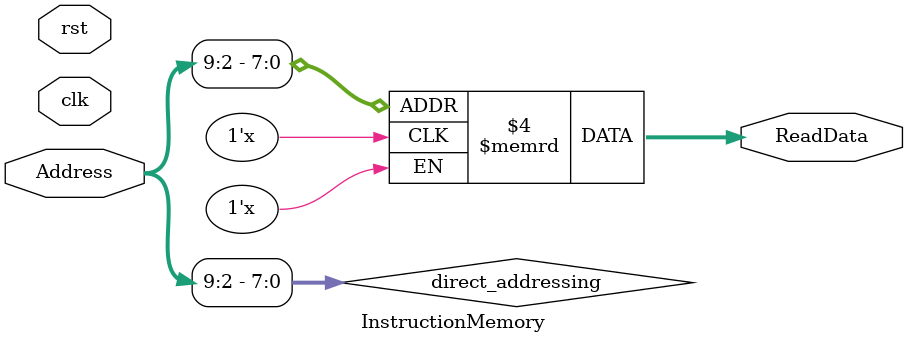
<source format=sv>
module InstructionMemory(
	input logic clk,
	input logic [31:0] Address,
	input logic rst,
	output logic [31:0] ReadData
);

	logic [31:0] regData [511:0];

	logic error_addr;


	// TODO: Bit width of the pc addressing
	logic [7:0] direct_addressing;
	assign direct_addressing = Address >> 2;

	assign error_addr = |(Address % 4);

	assign ReadData = regData[direct_addressing];
	

	// //SW$1,0($2)
	// assign regData[0]=32'b10101100010000010000000000000000;
	// //LW$5,0($4)
	// assign regData[1]=32'b10001100100001010000000000000000;
	// //BEQ$5,$1,1
	// assign regData[2]=32'b00010000101000010000000000000001;
	// //JMP1
	// assign regData[3]=32'b00001000000000000000000000000001;

	// //SW $10,0($3)////
	// assign regData[4]=32'b10101100011010100000000000000000;
	// //SW$20,0($1)
	// assign regData[5]=32'b10101110100000010000000000000000;
	// //LW$5,0($21)
	// assign regData[6]=32'b10001110101001010000000000000000;
	// //SW$20,0($0)	
	// assign regData[7]=32'b10101110100000000000000000000000;	
	// //BEQ$5,$1,1
	// assign regData[8]=32'b00010000101000010000000000000001;
	// //JUMP 5
	// assign regData[9]=32'b00001000000000000000000000000101;

	// //LW$11,0($3)
	// assign regData[10]=32'b10101100011010110000000000000000;
	// //SW$20,0($1)
	// assign regData[11]=32'b10101110100000010000000000000000;
	// //LW$5,0($21)
	// assign regData[12]=32'b10001110101001010000000000000000;
	// //SW$20,0($0)
	// assign regData[13]=32'b10101110100000000000000000000000;
	// //BEQ$5,$1,1
	// assign regData[14]=32'b00010000101000010000000000000001;
	// //JUMP11
	// assign regData[15]=32'b00001000000000000000000000001011;

	// //LW$12,0($3)
	// assign regData[16]=32'b10101100011011000000000000000000;
	// //SW$20,0($1)
	// assign regData[17]=32'b10101110100000010000000000000000;	
	// //LW$5,0($21)
	// assign regData[18]=32'b10001110101001010000000000000000;
	// //SW$20,0($0)
	// assign regData[19]=32'b10101110100000000000000000000000;
	// //BEQ$5,$1,1
	// assign regData[20]=32'b00010000101000010000000000000001;
	// //JUMP18
	// assign regData[21]=32'b00001000000000000000000000010001;

	// //LW$13,0($3)   
	// assign regData[22]=32'b10101100011011010000000000000000;
	// //SW$20,0($1)
	// assign regData[23]=32'b10101110100000010000000000000000;	
	// //LW$5,0($21)
	// assign regData[24]=32'b10001110101001010000000000000000;
	// //SW$20,0($0)
	// assign regData[25]=32'b10101110100000000000000000000000;
	// //BEQ$5,$1,1
	// assign regData[26]=32'b00010000101000010000000000000001;
	// //JUMP
	// assign regData[27]=32'b00001000000000000000000000010111;


	// //LW$13,0($3)   100011ssssstttttiiiiiiiiiiiiiiii
	// assign regData[28]=32'b10101100011011100000000000000000;
	// //SW$20,0($1)
	// assign regData[29]=32'b10101110100000010000000000000000;	
	// //LW$5,0($21)
	// assign regData[30]=32'b10001110101001010000000000000000;
	// //SW$20,0($0)
	// assign regData[31]=32'b10101110100000000000000000000000;
	// //BEQ$5,$1,1
	// assign regData[32]=32'b00010000101000010000000000000001;
	// //JUMP
	// assign regData[33]=32'b00001000000000000000000000011101;

	// //LW$13,0($3)   100011ssssstttttiiiiiiiiiiiiiiii
	// assign regData[34]=32'b10101100011011110000000000000000;
	// //SW$20,0($1)
	// assign regData[35]=32'b10101110100000010000000000000000;	
	// //LW$5,0($21)
	// assign regData[36]=32'b10001110101001010000000000000000;
	// //SW$20,0($0)
	// assign regData[37]=32'b10101110100000000000000000000000;
	// //BEQ$5,$1,1
	// assign regData[38]=32'b00010000101000010000000000000001;
	// //JUMP
	// assign regData[39]=32'b00001000000000000000000000100011;


	// //LW$13,0($3)   100011ssssstttttiiiiiiiiiiiiiiii
	// assign regData[40]=32'b10101100011100000000000000000000;
	// //SW$20,0($1)
	// assign regData[41]=32'b10101110100000010000000000000000;	
	// //LW$5,0($21)
	// assign regData[42]=32'b10001110101001010000000000000000;
	// //SW$20,0($0)
	// assign regData[43]=32'b10101110100000000000000000000000;
	// //BEQ$5,$1,1
	// assign regData[44]=32'b00010000101000010000000000000001;
	// //JUMP
	// assign regData[45]=32'b00001000000000000000000000101001;

	// //LW$13,0($3)   100011ssssstttttiiiiiiiiiiiiiiii
	// assign regData[46]=32'b10101100011100010000000000000000;
	// //SW$20,0($1)
	// assign regData[47]=32'b10101110100000010000000000000000;	
	// //LW$5,0($21)
	// assign regData[48]=32'b10001110101001010000000000000000;
	// //SW$20,0($0)
	// assign regData[49]=32'b10101110100000000000000000000000;
	// //BEQ$5,$1,1
	// assign regData[50]=32'b00010000101000010000000000000001;
	// //JUMP
	// assign regData[51]=32'b00001000000000000000000000101111;

	// //LW$13,0($3)   100011ssssstttttiiiiiiiiiiiiiiii
	// assign regData[52]=32'b10101100011100100000000000000000;
	// //SW$20,0($1)
	// assign regData[53]=32'b10101110100000010000000000000000;	
	// //LW$5,0($21)
	// assign regData[54]=32'b10001110101001010000000000000000;
	// //SW$20,0($0)
	// assign regData[55]=32'b10101110100000000000000000000000;
	// //BEQ$5,$1,1
	// assign regData[56]=32'b00010000101000010000000000000001;
	// //JUMP
	// assign regData[57]=32'b00001000000000000000000000110101;
	// //STAY 
	// assign regData[58]=32'b00001000000000000000000000111010;




endmodule

</source>
